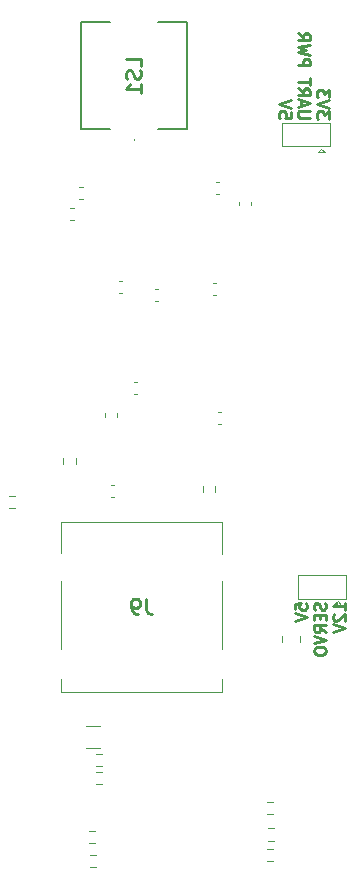
<source format=gbr>
%TF.GenerationSoftware,KiCad,Pcbnew,7.0.5*%
%TF.CreationDate,2023-08-09T18:59:09-07:00*%
%TF.ProjectId,lyra r1,6c797261-2072-4312-9e6b-696361645f70,rev?*%
%TF.SameCoordinates,Original*%
%TF.FileFunction,Legend,Bot*%
%TF.FilePolarity,Positive*%
%FSLAX46Y46*%
G04 Gerber Fmt 4.6, Leading zero omitted, Abs format (unit mm)*
G04 Created by KiCad (PCBNEW 7.0.5) date 2023-08-09 18:59:09*
%MOMM*%
%LPD*%
G01*
G04 APERTURE LIST*
%ADD10C,0.250000*%
%ADD11C,0.254000*%
%ADD12C,0.120000*%
%ADD13C,0.100000*%
%ADD14C,0.200000*%
G04 APERTURE END LIST*
D10*
X157974580Y-93164669D02*
X157974580Y-92545622D01*
X157974580Y-92545622D02*
X157593628Y-92878955D01*
X157593628Y-92878955D02*
X157593628Y-92736098D01*
X157593628Y-92736098D02*
X157546009Y-92640860D01*
X157546009Y-92640860D02*
X157498390Y-92593241D01*
X157498390Y-92593241D02*
X157403152Y-92545622D01*
X157403152Y-92545622D02*
X157165057Y-92545622D01*
X157165057Y-92545622D02*
X157069819Y-92593241D01*
X157069819Y-92593241D02*
X157022200Y-92640860D01*
X157022200Y-92640860D02*
X156974580Y-92736098D01*
X156974580Y-92736098D02*
X156974580Y-93021812D01*
X156974580Y-93021812D02*
X157022200Y-93117050D01*
X157022200Y-93117050D02*
X157069819Y-93164669D01*
X157974580Y-92259907D02*
X156974580Y-91926574D01*
X156974580Y-91926574D02*
X157974580Y-91593241D01*
X157974580Y-91355145D02*
X157974580Y-90736098D01*
X157974580Y-90736098D02*
X157593628Y-91069431D01*
X157593628Y-91069431D02*
X157593628Y-90926574D01*
X157593628Y-90926574D02*
X157546009Y-90831336D01*
X157546009Y-90831336D02*
X157498390Y-90783717D01*
X157498390Y-90783717D02*
X157403152Y-90736098D01*
X157403152Y-90736098D02*
X157165057Y-90736098D01*
X157165057Y-90736098D02*
X157069819Y-90783717D01*
X157069819Y-90783717D02*
X157022200Y-90831336D01*
X157022200Y-90831336D02*
X156974580Y-90926574D01*
X156974580Y-90926574D02*
X156974580Y-91212288D01*
X156974580Y-91212288D02*
X157022200Y-91307526D01*
X157022200Y-91307526D02*
X157069819Y-91355145D01*
X156364580Y-93069431D02*
X155555057Y-93069431D01*
X155555057Y-93069431D02*
X155459819Y-93021812D01*
X155459819Y-93021812D02*
X155412200Y-92974193D01*
X155412200Y-92974193D02*
X155364580Y-92878955D01*
X155364580Y-92878955D02*
X155364580Y-92688479D01*
X155364580Y-92688479D02*
X155412200Y-92593241D01*
X155412200Y-92593241D02*
X155459819Y-92545622D01*
X155459819Y-92545622D02*
X155555057Y-92498003D01*
X155555057Y-92498003D02*
X156364580Y-92498003D01*
X155650295Y-92069431D02*
X155650295Y-91593241D01*
X155364580Y-92164669D02*
X156364580Y-91831336D01*
X156364580Y-91831336D02*
X155364580Y-91498003D01*
X155364580Y-90593241D02*
X155840771Y-90926574D01*
X155364580Y-91164669D02*
X156364580Y-91164669D01*
X156364580Y-91164669D02*
X156364580Y-90783717D01*
X156364580Y-90783717D02*
X156316961Y-90688479D01*
X156316961Y-90688479D02*
X156269342Y-90640860D01*
X156269342Y-90640860D02*
X156174104Y-90593241D01*
X156174104Y-90593241D02*
X156031247Y-90593241D01*
X156031247Y-90593241D02*
X155936009Y-90640860D01*
X155936009Y-90640860D02*
X155888390Y-90688479D01*
X155888390Y-90688479D02*
X155840771Y-90783717D01*
X155840771Y-90783717D02*
X155840771Y-91164669D01*
X156364580Y-90307526D02*
X156364580Y-89736098D01*
X155364580Y-90021812D02*
X156364580Y-90021812D01*
X155364580Y-88640859D02*
X156364580Y-88640859D01*
X156364580Y-88640859D02*
X156364580Y-88259907D01*
X156364580Y-88259907D02*
X156316961Y-88164669D01*
X156316961Y-88164669D02*
X156269342Y-88117050D01*
X156269342Y-88117050D02*
X156174104Y-88069431D01*
X156174104Y-88069431D02*
X156031247Y-88069431D01*
X156031247Y-88069431D02*
X155936009Y-88117050D01*
X155936009Y-88117050D02*
X155888390Y-88164669D01*
X155888390Y-88164669D02*
X155840771Y-88259907D01*
X155840771Y-88259907D02*
X155840771Y-88640859D01*
X156364580Y-87736097D02*
X155364580Y-87498002D01*
X155364580Y-87498002D02*
X156078866Y-87307526D01*
X156078866Y-87307526D02*
X155364580Y-87117050D01*
X155364580Y-87117050D02*
X156364580Y-86878955D01*
X155364580Y-85926574D02*
X155840771Y-86259907D01*
X155364580Y-86498002D02*
X156364580Y-86498002D01*
X156364580Y-86498002D02*
X156364580Y-86117050D01*
X156364580Y-86117050D02*
X156316961Y-86021812D01*
X156316961Y-86021812D02*
X156269342Y-85974193D01*
X156269342Y-85974193D02*
X156174104Y-85926574D01*
X156174104Y-85926574D02*
X156031247Y-85926574D01*
X156031247Y-85926574D02*
X155936009Y-85974193D01*
X155936009Y-85974193D02*
X155888390Y-86021812D01*
X155888390Y-86021812D02*
X155840771Y-86117050D01*
X155840771Y-86117050D02*
X155840771Y-86498002D01*
X154754580Y-92593241D02*
X154754580Y-93069431D01*
X154754580Y-93069431D02*
X154278390Y-93117050D01*
X154278390Y-93117050D02*
X154326009Y-93069431D01*
X154326009Y-93069431D02*
X154373628Y-92974193D01*
X154373628Y-92974193D02*
X154373628Y-92736098D01*
X154373628Y-92736098D02*
X154326009Y-92640860D01*
X154326009Y-92640860D02*
X154278390Y-92593241D01*
X154278390Y-92593241D02*
X154183152Y-92545622D01*
X154183152Y-92545622D02*
X153945057Y-92545622D01*
X153945057Y-92545622D02*
X153849819Y-92593241D01*
X153849819Y-92593241D02*
X153802200Y-92640860D01*
X153802200Y-92640860D02*
X153754580Y-92736098D01*
X153754580Y-92736098D02*
X153754580Y-92974193D01*
X153754580Y-92974193D02*
X153802200Y-93069431D01*
X153802200Y-93069431D02*
X153849819Y-93117050D01*
X154754580Y-92259907D02*
X153754580Y-91926574D01*
X153754580Y-91926574D02*
X154754580Y-91593241D01*
X155123819Y-134679858D02*
X155123819Y-134203668D01*
X155123819Y-134203668D02*
X155600009Y-134156049D01*
X155600009Y-134156049D02*
X155552390Y-134203668D01*
X155552390Y-134203668D02*
X155504771Y-134298906D01*
X155504771Y-134298906D02*
X155504771Y-134537001D01*
X155504771Y-134537001D02*
X155552390Y-134632239D01*
X155552390Y-134632239D02*
X155600009Y-134679858D01*
X155600009Y-134679858D02*
X155695247Y-134727477D01*
X155695247Y-134727477D02*
X155933342Y-134727477D01*
X155933342Y-134727477D02*
X156028580Y-134679858D01*
X156028580Y-134679858D02*
X156076200Y-134632239D01*
X156076200Y-134632239D02*
X156123819Y-134537001D01*
X156123819Y-134537001D02*
X156123819Y-134298906D01*
X156123819Y-134298906D02*
X156076200Y-134203668D01*
X156076200Y-134203668D02*
X156028580Y-134156049D01*
X155123819Y-135013192D02*
X156123819Y-135346525D01*
X156123819Y-135346525D02*
X155123819Y-135679858D01*
X157686200Y-134156049D02*
X157733819Y-134298906D01*
X157733819Y-134298906D02*
X157733819Y-134537001D01*
X157733819Y-134537001D02*
X157686200Y-134632239D01*
X157686200Y-134632239D02*
X157638580Y-134679858D01*
X157638580Y-134679858D02*
X157543342Y-134727477D01*
X157543342Y-134727477D02*
X157448104Y-134727477D01*
X157448104Y-134727477D02*
X157352866Y-134679858D01*
X157352866Y-134679858D02*
X157305247Y-134632239D01*
X157305247Y-134632239D02*
X157257628Y-134537001D01*
X157257628Y-134537001D02*
X157210009Y-134346525D01*
X157210009Y-134346525D02*
X157162390Y-134251287D01*
X157162390Y-134251287D02*
X157114771Y-134203668D01*
X157114771Y-134203668D02*
X157019533Y-134156049D01*
X157019533Y-134156049D02*
X156924295Y-134156049D01*
X156924295Y-134156049D02*
X156829057Y-134203668D01*
X156829057Y-134203668D02*
X156781438Y-134251287D01*
X156781438Y-134251287D02*
X156733819Y-134346525D01*
X156733819Y-134346525D02*
X156733819Y-134584620D01*
X156733819Y-134584620D02*
X156781438Y-134727477D01*
X157210009Y-135156049D02*
X157210009Y-135489382D01*
X157733819Y-135632239D02*
X157733819Y-135156049D01*
X157733819Y-135156049D02*
X156733819Y-135156049D01*
X156733819Y-135156049D02*
X156733819Y-135632239D01*
X157733819Y-136632239D02*
X157257628Y-136298906D01*
X157733819Y-136060811D02*
X156733819Y-136060811D01*
X156733819Y-136060811D02*
X156733819Y-136441763D01*
X156733819Y-136441763D02*
X156781438Y-136537001D01*
X156781438Y-136537001D02*
X156829057Y-136584620D01*
X156829057Y-136584620D02*
X156924295Y-136632239D01*
X156924295Y-136632239D02*
X157067152Y-136632239D01*
X157067152Y-136632239D02*
X157162390Y-136584620D01*
X157162390Y-136584620D02*
X157210009Y-136537001D01*
X157210009Y-136537001D02*
X157257628Y-136441763D01*
X157257628Y-136441763D02*
X157257628Y-136060811D01*
X156733819Y-136917954D02*
X157733819Y-137251287D01*
X157733819Y-137251287D02*
X156733819Y-137584620D01*
X156733819Y-138108430D02*
X156733819Y-138298906D01*
X156733819Y-138298906D02*
X156781438Y-138394144D01*
X156781438Y-138394144D02*
X156876676Y-138489382D01*
X156876676Y-138489382D02*
X157067152Y-138537001D01*
X157067152Y-138537001D02*
X157400485Y-138537001D01*
X157400485Y-138537001D02*
X157590961Y-138489382D01*
X157590961Y-138489382D02*
X157686200Y-138394144D01*
X157686200Y-138394144D02*
X157733819Y-138298906D01*
X157733819Y-138298906D02*
X157733819Y-138108430D01*
X157733819Y-138108430D02*
X157686200Y-138013192D01*
X157686200Y-138013192D02*
X157590961Y-137917954D01*
X157590961Y-137917954D02*
X157400485Y-137870335D01*
X157400485Y-137870335D02*
X157067152Y-137870335D01*
X157067152Y-137870335D02*
X156876676Y-137917954D01*
X156876676Y-137917954D02*
X156781438Y-138013192D01*
X156781438Y-138013192D02*
X156733819Y-138108430D01*
X159343819Y-134727477D02*
X159343819Y-134156049D01*
X159343819Y-134441763D02*
X158343819Y-134441763D01*
X158343819Y-134441763D02*
X158486676Y-134346525D01*
X158486676Y-134346525D02*
X158581914Y-134251287D01*
X158581914Y-134251287D02*
X158629533Y-134156049D01*
X158439057Y-135108430D02*
X158391438Y-135156049D01*
X158391438Y-135156049D02*
X158343819Y-135251287D01*
X158343819Y-135251287D02*
X158343819Y-135489382D01*
X158343819Y-135489382D02*
X158391438Y-135584620D01*
X158391438Y-135584620D02*
X158439057Y-135632239D01*
X158439057Y-135632239D02*
X158534295Y-135679858D01*
X158534295Y-135679858D02*
X158629533Y-135679858D01*
X158629533Y-135679858D02*
X158772390Y-135632239D01*
X158772390Y-135632239D02*
X159343819Y-135060811D01*
X159343819Y-135060811D02*
X159343819Y-135679858D01*
X158343819Y-135965573D02*
X159343819Y-136298906D01*
X159343819Y-136298906D02*
X158343819Y-136632239D01*
D11*
%TO.C,LS1*%
X142074318Y-88683571D02*
X142074318Y-88078809D01*
X142074318Y-88078809D02*
X140804318Y-88078809D01*
X142013842Y-89046428D02*
X142074318Y-89227857D01*
X142074318Y-89227857D02*
X142074318Y-89530238D01*
X142074318Y-89530238D02*
X142013842Y-89651190D01*
X142013842Y-89651190D02*
X141953365Y-89711666D01*
X141953365Y-89711666D02*
X141832413Y-89772143D01*
X141832413Y-89772143D02*
X141711461Y-89772143D01*
X141711461Y-89772143D02*
X141590508Y-89711666D01*
X141590508Y-89711666D02*
X141530032Y-89651190D01*
X141530032Y-89651190D02*
X141469556Y-89530238D01*
X141469556Y-89530238D02*
X141409080Y-89288333D01*
X141409080Y-89288333D02*
X141348603Y-89167381D01*
X141348603Y-89167381D02*
X141288127Y-89106904D01*
X141288127Y-89106904D02*
X141167175Y-89046428D01*
X141167175Y-89046428D02*
X141046222Y-89046428D01*
X141046222Y-89046428D02*
X140925270Y-89106904D01*
X140925270Y-89106904D02*
X140864794Y-89167381D01*
X140864794Y-89167381D02*
X140804318Y-89288333D01*
X140804318Y-89288333D02*
X140804318Y-89590714D01*
X140804318Y-89590714D02*
X140864794Y-89772143D01*
X142074318Y-90981667D02*
X142074318Y-90255952D01*
X142074318Y-90618809D02*
X140804318Y-90618809D01*
X140804318Y-90618809D02*
X140985746Y-90497857D01*
X140985746Y-90497857D02*
X141106699Y-90376905D01*
X141106699Y-90376905D02*
X141167175Y-90255952D01*
%TO.C,J9*%
X142536332Y-133797318D02*
X142536332Y-134704461D01*
X142536332Y-134704461D02*
X142596809Y-134885889D01*
X142596809Y-134885889D02*
X142717761Y-135006842D01*
X142717761Y-135006842D02*
X142899190Y-135067318D01*
X142899190Y-135067318D02*
X143020142Y-135067318D01*
X141871094Y-135067318D02*
X141629190Y-135067318D01*
X141629190Y-135067318D02*
X141508237Y-135006842D01*
X141508237Y-135006842D02*
X141447761Y-134946365D01*
X141447761Y-134946365D02*
X141326809Y-134764937D01*
X141326809Y-134764937D02*
X141266332Y-134523032D01*
X141266332Y-134523032D02*
X141266332Y-134039222D01*
X141266332Y-134039222D02*
X141326809Y-133918270D01*
X141326809Y-133918270D02*
X141387285Y-133857794D01*
X141387285Y-133857794D02*
X141508237Y-133797318D01*
X141508237Y-133797318D02*
X141750142Y-133797318D01*
X141750142Y-133797318D02*
X141871094Y-133857794D01*
X141871094Y-133857794D02*
X141931571Y-133918270D01*
X141931571Y-133918270D02*
X141992047Y-134039222D01*
X141992047Y-134039222D02*
X141992047Y-134341603D01*
X141992047Y-134341603D02*
X141931571Y-134462556D01*
X141931571Y-134462556D02*
X141871094Y-134523032D01*
X141871094Y-134523032D02*
X141750142Y-134583508D01*
X141750142Y-134583508D02*
X141508237Y-134583508D01*
X141508237Y-134583508D02*
X141387285Y-134523032D01*
X141387285Y-134523032D02*
X141326809Y-134462556D01*
X141326809Y-134462556D02*
X141266332Y-134341603D01*
D12*
%TO.C,R3*%
X152832776Y-153227500D02*
X153342224Y-153227500D01*
X152832776Y-154272500D02*
X153342224Y-154272500D01*
%TO.C,R11*%
X136564900Y-121885942D02*
X136564900Y-122360458D01*
X135519900Y-121885942D02*
X135519900Y-122360458D01*
%TO.C,C22*%
X140194420Y-106932000D02*
X140475580Y-106932000D01*
X140194420Y-107952000D02*
X140475580Y-107952000D01*
%TO.C,C6*%
X136386180Y-101703600D02*
X136105020Y-101703600D01*
X136386180Y-100683600D02*
X136105020Y-100683600D01*
%TO.C,R1*%
X138162258Y-154522500D02*
X137687742Y-154522500D01*
X138162258Y-153477500D02*
X137687742Y-153477500D01*
%TO.C,R14*%
X138319742Y-146948500D02*
X138794258Y-146948500D01*
X138319742Y-147993500D02*
X138794258Y-147993500D01*
%TO.C,C8*%
X148730580Y-99570000D02*
X148449420Y-99570000D01*
X148730580Y-98550000D02*
X148449420Y-98550000D01*
%TO.C,C20*%
X148576420Y-117981000D02*
X148857580Y-117981000D01*
X148576420Y-119001000D02*
X148857580Y-119001000D01*
%TO.C,R5*%
X137745276Y-155477500D02*
X138254724Y-155477500D01*
X137745276Y-156522500D02*
X138254724Y-156522500D01*
%TO.C,R13*%
X138794258Y-149493500D02*
X138319742Y-149493500D01*
X138794258Y-148448500D02*
X138319742Y-148448500D01*
%TO.C,JP2*%
X158107600Y-95488000D02*
X158107600Y-93488000D01*
X158107600Y-93488000D02*
X154007600Y-93488000D01*
X157657600Y-95988000D02*
X157057600Y-95988000D01*
X157357600Y-95688000D02*
X157657600Y-95988000D01*
X157357600Y-95688000D02*
X157057600Y-95988000D01*
X154007600Y-95488000D02*
X158107600Y-95488000D01*
X154007600Y-93488000D02*
X154007600Y-95488000D01*
%TO.C,C5*%
X136859420Y-98956400D02*
X137140580Y-98956400D01*
X136859420Y-99976400D02*
X137140580Y-99976400D01*
%TO.C,C14*%
X141464420Y-115441000D02*
X141745580Y-115441000D01*
X141464420Y-116461000D02*
X141745580Y-116461000D01*
%TO.C,R19*%
X131402858Y-126150900D02*
X130928342Y-126150900D01*
X131402858Y-125105900D02*
X130928342Y-125105900D01*
%TO.C,C21*%
X139063000Y-118377580D02*
X139063000Y-118096420D01*
X140083000Y-118377580D02*
X140083000Y-118096420D01*
%TO.C,C10*%
X139559420Y-124204000D02*
X139840580Y-124204000D01*
X139559420Y-125224000D02*
X139840580Y-125224000D01*
%TO.C,C17*%
X148476580Y-108079000D02*
X148195420Y-108079000D01*
X148476580Y-107059000D02*
X148195420Y-107059000D01*
%TO.C,C7*%
X151386000Y-100189420D02*
X151386000Y-100470580D01*
X150366000Y-100189420D02*
X150366000Y-100470580D01*
%TO.C,F2*%
X138625664Y-146401200D02*
X137421536Y-146401200D01*
X138625664Y-144581200D02*
X137421536Y-144581200D01*
D13*
%TO.C,LS1*%
X141500000Y-95000000D02*
X141500000Y-95000000D01*
X141500000Y-94900000D02*
X141500000Y-94900000D01*
D14*
X137000000Y-94000000D02*
X139500000Y-94000000D01*
X143500000Y-94000000D02*
X146000000Y-94000000D01*
X146000000Y-94000000D02*
X146000000Y-85000000D01*
X137000000Y-85000000D02*
X137000000Y-94000000D01*
X139500000Y-85000000D02*
X137000000Y-85000000D01*
X146000000Y-85000000D02*
X143500000Y-85000000D01*
D13*
X141500000Y-94900000D02*
G75*
G03*
X141500000Y-95000000I0J-50000D01*
G01*
X141500000Y-95000000D02*
G75*
G03*
X141500000Y-94900000I0J50000D01*
G01*
%TO.C,J9*%
X148913000Y-141718000D02*
X135313000Y-141718000D01*
X148913000Y-140593000D02*
X148913000Y-141718000D01*
X148913000Y-132293000D02*
X148913000Y-138093000D01*
X148913000Y-129993000D02*
X148913000Y-127268000D01*
X148913000Y-127268000D02*
X135313000Y-127268000D01*
X135338000Y-137193000D02*
X135338000Y-137193000D01*
X135338000Y-137093000D02*
X135338000Y-137093000D01*
X135313000Y-141718000D02*
X135313000Y-140593000D01*
X135313000Y-132293000D02*
X135313000Y-138093000D01*
X135313000Y-127268000D02*
X135313000Y-129893000D01*
X135338000Y-137093000D02*
G75*
G03*
X135338000Y-137193000I0J-50000D01*
G01*
X135338000Y-137193000D02*
G75*
G03*
X135338000Y-137093000I0J50000D01*
G01*
D12*
%TO.C,R6*%
X153254724Y-152022500D02*
X152745276Y-152022500D01*
X153254724Y-150977500D02*
X152745276Y-150977500D01*
%TO.C,R4*%
X153254724Y-156022500D02*
X152745276Y-156022500D01*
X153254724Y-154977500D02*
X152745276Y-154977500D01*
%TO.C,R7*%
X148350500Y-124262742D02*
X148350500Y-124737258D01*
X147305500Y-124262742D02*
X147305500Y-124737258D01*
%TO.C,JP4*%
X159479200Y-133801100D02*
X159479200Y-131801100D01*
X159479200Y-131801100D02*
X155379200Y-131801100D01*
X159029200Y-134301100D02*
X158429200Y-134301100D01*
X158729200Y-134001100D02*
X159029200Y-134301100D01*
X158729200Y-134001100D02*
X158429200Y-134301100D01*
X155379200Y-133801100D02*
X159479200Y-133801100D01*
X155379200Y-131801100D02*
X155379200Y-133801100D01*
%TO.C,C13*%
X143242420Y-107567000D02*
X143523580Y-107567000D01*
X143242420Y-108587000D02*
X143523580Y-108587000D01*
%TO.C,C15*%
X155522600Y-136949548D02*
X155522600Y-137472052D01*
X154052600Y-136949548D02*
X154052600Y-137472052D01*
%TD*%
M02*

</source>
